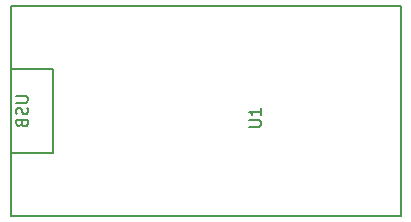
<source format=gbo>
G04 #@! TF.GenerationSoftware,KiCad,Pcbnew,8.0.6*
G04 #@! TF.CreationDate,2024-12-19T22:24:49+08:00*
G04 #@! TF.ProjectId,keyboard,6b657962-6f61-4726-942e-6b696361645f,rev?*
G04 #@! TF.SameCoordinates,Original*
G04 #@! TF.FileFunction,Legend,Bot*
G04 #@! TF.FilePolarity,Positive*
%FSLAX46Y46*%
G04 Gerber Fmt 4.6, Leading zero omitted, Abs format (unit mm)*
G04 Created by KiCad (PCBNEW 8.0.6) date 2024-12-19 22:24:49*
%MOMM*%
%LPD*%
G01*
G04 APERTURE LIST*
%ADD10C,0.150000*%
%ADD11C,2.600000*%
%ADD12C,3.500000*%
%ADD13C,1.750000*%
%ADD14C,3.000000*%
%ADD15C,3.987800*%
%ADD16R,2.550000X2.500000*%
%ADD17R,1.600000X1.600000*%
%ADD18O,1.600000X1.600000*%
%ADD19R,2.500000X2.550000*%
%ADD20C,3.048000*%
G04 APERTURE END LIST*
D10*
X268204819Y-141360588D02*
X269014342Y-141360588D01*
X269014342Y-141360588D02*
X269109580Y-141312969D01*
X269109580Y-141312969D02*
X269157200Y-141265350D01*
X269157200Y-141265350D02*
X269204819Y-141170112D01*
X269204819Y-141170112D02*
X269204819Y-140979636D01*
X269204819Y-140979636D02*
X269157200Y-140884398D01*
X269157200Y-140884398D02*
X269109580Y-140836779D01*
X269109580Y-140836779D02*
X269014342Y-140789160D01*
X269014342Y-140789160D02*
X268204819Y-140789160D01*
X269204819Y-139789160D02*
X269204819Y-140360588D01*
X269204819Y-140074874D02*
X268204819Y-140074874D01*
X268204819Y-140074874D02*
X268347676Y-140170112D01*
X268347676Y-140170112D02*
X268442914Y-140265350D01*
X268442914Y-140265350D02*
X268490533Y-140360588D01*
X248469319Y-138746095D02*
X249278842Y-138746095D01*
X249278842Y-138746095D02*
X249374080Y-138793714D01*
X249374080Y-138793714D02*
X249421700Y-138841333D01*
X249421700Y-138841333D02*
X249469319Y-138936571D01*
X249469319Y-138936571D02*
X249469319Y-139127047D01*
X249469319Y-139127047D02*
X249421700Y-139222285D01*
X249421700Y-139222285D02*
X249374080Y-139269904D01*
X249374080Y-139269904D02*
X249278842Y-139317523D01*
X249278842Y-139317523D02*
X248469319Y-139317523D01*
X249421700Y-139746095D02*
X249469319Y-139888952D01*
X249469319Y-139888952D02*
X249469319Y-140127047D01*
X249469319Y-140127047D02*
X249421700Y-140222285D01*
X249421700Y-140222285D02*
X249374080Y-140269904D01*
X249374080Y-140269904D02*
X249278842Y-140317523D01*
X249278842Y-140317523D02*
X249183604Y-140317523D01*
X249183604Y-140317523D02*
X249088366Y-140269904D01*
X249088366Y-140269904D02*
X249040747Y-140222285D01*
X249040747Y-140222285D02*
X248993128Y-140127047D01*
X248993128Y-140127047D02*
X248945509Y-139936571D01*
X248945509Y-139936571D02*
X248897890Y-139841333D01*
X248897890Y-139841333D02*
X248850271Y-139793714D01*
X248850271Y-139793714D02*
X248755033Y-139746095D01*
X248755033Y-139746095D02*
X248659795Y-139746095D01*
X248659795Y-139746095D02*
X248564557Y-139793714D01*
X248564557Y-139793714D02*
X248516938Y-139841333D01*
X248516938Y-139841333D02*
X248469319Y-139936571D01*
X248469319Y-139936571D02*
X248469319Y-140174666D01*
X248469319Y-140174666D02*
X248516938Y-140317523D01*
X248945509Y-141079428D02*
X248993128Y-141222285D01*
X248993128Y-141222285D02*
X249040747Y-141269904D01*
X249040747Y-141269904D02*
X249135985Y-141317523D01*
X249135985Y-141317523D02*
X249278842Y-141317523D01*
X249278842Y-141317523D02*
X249374080Y-141269904D01*
X249374080Y-141269904D02*
X249421700Y-141222285D01*
X249421700Y-141222285D02*
X249469319Y-141127047D01*
X249469319Y-141127047D02*
X249469319Y-140746095D01*
X249469319Y-140746095D02*
X248469319Y-140746095D01*
X248469319Y-140746095D02*
X248469319Y-141079428D01*
X248469319Y-141079428D02*
X248516938Y-141174666D01*
X248516938Y-141174666D02*
X248564557Y-141222285D01*
X248564557Y-141222285D02*
X248659795Y-141269904D01*
X248659795Y-141269904D02*
X248755033Y-141269904D01*
X248755033Y-141269904D02*
X248850271Y-141222285D01*
X248850271Y-141222285D02*
X248897890Y-141174666D01*
X248897890Y-141174666D02*
X248945509Y-141079428D01*
X248945509Y-141079428D02*
X248945509Y-140746095D01*
X248019500Y-131118000D02*
X281039500Y-131118000D01*
X281039500Y-148898000D01*
X248019500Y-148898000D01*
X248019500Y-131118000D01*
X251599500Y-136458000D02*
X251599500Y-143558000D01*
X248019500Y-143558000D02*
X251599500Y-143558000D01*
X248019500Y-136458000D02*
X251599500Y-136458000D01*
%LPC*%
D11*
X288500000Y-192250000D03*
D12*
X288500000Y-192250000D03*
D11*
X328500000Y-154000000D03*
D12*
X328500000Y-154000000D03*
D11*
X328500000Y-245000000D03*
D12*
X328500000Y-245000000D03*
D11*
X249000000Y-245000000D03*
D12*
X249000000Y-245000000D03*
D11*
X249000000Y-154000000D03*
D12*
X249000000Y-154000000D03*
D13*
X273995000Y-201875000D03*
D14*
X275265000Y-199335000D03*
D15*
X279075000Y-201875000D03*
D14*
X281615000Y-196795000D03*
D13*
X284155000Y-201875000D03*
D16*
X271990000Y-199335000D03*
X284917000Y-196795000D03*
D17*
X303492000Y-129698000D03*
D18*
X303492000Y-137318000D03*
D17*
X299742000Y-129698000D03*
D18*
X299742000Y-137318000D03*
D19*
X312095000Y-224608000D03*
X314635000Y-237535000D03*
D20*
X324160000Y-218512000D03*
D15*
X308920000Y-218512000D03*
D13*
X317175000Y-225370000D03*
D14*
X312095000Y-227910000D03*
D15*
X317175000Y-230450000D03*
D14*
X314635000Y-234260000D03*
D13*
X317175000Y-235530000D03*
D20*
X324160000Y-242388000D03*
D15*
X308920000Y-242388000D03*
D17*
X318492000Y-129698000D03*
D18*
X318492000Y-137318000D03*
D17*
X292242000Y-143508000D03*
D18*
X292242000Y-151128000D03*
D17*
X299742000Y-143508000D03*
D18*
X299742000Y-151128000D03*
D17*
X307242000Y-143508000D03*
D18*
X307242000Y-151128000D03*
D13*
X254945000Y-182825000D03*
D14*
X256215000Y-180285000D03*
D15*
X260025000Y-182825000D03*
D14*
X262565000Y-177745000D03*
D13*
X265105000Y-182825000D03*
D16*
X252940000Y-180285000D03*
X265867000Y-177745000D03*
D13*
X254945000Y-201875000D03*
D14*
X256215000Y-199335000D03*
D15*
X260025000Y-201875000D03*
D14*
X262565000Y-196795000D03*
D13*
X265105000Y-201875000D03*
D16*
X252940000Y-199335000D03*
X265867000Y-196795000D03*
D13*
X254945000Y-163775000D03*
D14*
X256215000Y-161235000D03*
D15*
X260025000Y-163775000D03*
D14*
X262565000Y-158695000D03*
D13*
X265105000Y-163775000D03*
D16*
X252940000Y-161235000D03*
X265867000Y-158695000D03*
X303967000Y-234895000D03*
X291040000Y-237435000D03*
D13*
X303205000Y-239975000D03*
D14*
X300665000Y-234895000D03*
D15*
X298125000Y-239975000D03*
D14*
X294315000Y-237435000D03*
D13*
X293045000Y-239975000D03*
D17*
X310992000Y-129698000D03*
D18*
X310992000Y-137318000D03*
D17*
X295992000Y-143508000D03*
D18*
X295992000Y-151128000D03*
D13*
X273995000Y-220925000D03*
D14*
X275265000Y-218385000D03*
D15*
X279075000Y-220925000D03*
D14*
X281615000Y-215845000D03*
D13*
X284155000Y-220925000D03*
D16*
X271990000Y-218385000D03*
X284917000Y-215845000D03*
D17*
X314742000Y-143508000D03*
D18*
X314742000Y-151128000D03*
D17*
X292242000Y-129698000D03*
D18*
X292242000Y-137318000D03*
D15*
X308920000Y-204258000D03*
D20*
X324160000Y-204258000D03*
D13*
X317175000Y-197400000D03*
D14*
X314635000Y-196130000D03*
D15*
X317175000Y-192320000D03*
D14*
X312095000Y-189780000D03*
D13*
X317175000Y-187240000D03*
D15*
X308920000Y-180382000D03*
D20*
X324160000Y-180382000D03*
D19*
X314635000Y-199405000D03*
X312095000Y-186478000D03*
D13*
X254945000Y-220925000D03*
D14*
X256215000Y-218385000D03*
D15*
X260025000Y-220925000D03*
D14*
X262565000Y-215845000D03*
D13*
X265105000Y-220925000D03*
D16*
X252940000Y-218385000D03*
X265867000Y-215845000D03*
D13*
X293045000Y-220925000D03*
D14*
X294315000Y-218385000D03*
D15*
X298125000Y-220925000D03*
D14*
X300665000Y-215845000D03*
D13*
X303205000Y-220925000D03*
D16*
X291040000Y-218385000D03*
X303967000Y-215845000D03*
D13*
X293045000Y-182825000D03*
D14*
X294315000Y-180285000D03*
D15*
X298125000Y-182825000D03*
D14*
X300665000Y-177745000D03*
D13*
X303205000Y-182825000D03*
D16*
X291040000Y-180285000D03*
X303967000Y-177745000D03*
D17*
X314742000Y-129698000D03*
D18*
X314742000Y-137318000D03*
D17*
X318492000Y-143568000D03*
D18*
X318492000Y-151188000D03*
D13*
X293045000Y-201875000D03*
D14*
X294315000Y-199335000D03*
D15*
X298125000Y-201875000D03*
D14*
X300665000Y-196795000D03*
D13*
X303205000Y-201875000D03*
D16*
X291040000Y-199335000D03*
X303967000Y-196795000D03*
D13*
X273995000Y-182825000D03*
D14*
X275265000Y-180285000D03*
D15*
X279075000Y-182825000D03*
D14*
X281615000Y-177745000D03*
D13*
X284155000Y-182825000D03*
D16*
X271990000Y-180285000D03*
X284917000Y-177745000D03*
D13*
X312095000Y-163775000D03*
D14*
X313365000Y-161235000D03*
D15*
X317175000Y-163775000D03*
D14*
X319715000Y-158695000D03*
D13*
X322255000Y-163775000D03*
D16*
X310090000Y-161235000D03*
X323017000Y-158695000D03*
D17*
X310992000Y-143508000D03*
D18*
X310992000Y-151128000D03*
D15*
X257612000Y-231720000D03*
D20*
X257612000Y-246960000D03*
D13*
X264470000Y-239975000D03*
D14*
X265740000Y-237435000D03*
D15*
X269550000Y-239975000D03*
D14*
X272090000Y-234895000D03*
D13*
X274630000Y-239975000D03*
D15*
X281488000Y-231720000D03*
D20*
X281488000Y-246960000D03*
D16*
X262465000Y-237435000D03*
X275392000Y-234895000D03*
D13*
X293045000Y-163775000D03*
D14*
X294315000Y-161235000D03*
D15*
X298125000Y-163775000D03*
D14*
X300665000Y-158695000D03*
D13*
X303205000Y-163775000D03*
D16*
X291040000Y-161235000D03*
X303967000Y-158695000D03*
D13*
X273995000Y-163775000D03*
D14*
X275265000Y-161235000D03*
D15*
X279075000Y-163775000D03*
D14*
X281615000Y-158695000D03*
D13*
X284155000Y-163775000D03*
D16*
X271990000Y-161235000D03*
X284917000Y-158695000D03*
D17*
X288742000Y-129698000D03*
D18*
X288742000Y-137318000D03*
D17*
X303492000Y-143508000D03*
D18*
X303492000Y-151128000D03*
D17*
X307242000Y-129698000D03*
D18*
X307242000Y-137318000D03*
D17*
X295992000Y-129698000D03*
D18*
X295992000Y-137318000D03*
%LPD*%
M02*

</source>
